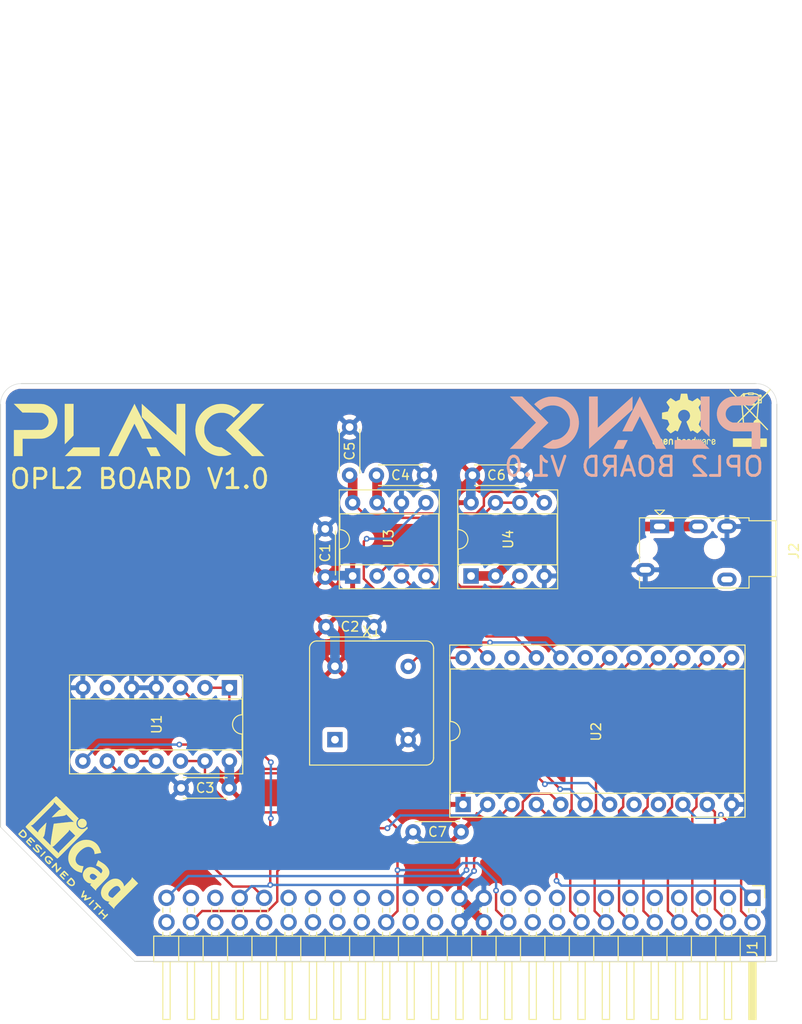
<source format=kicad_pcb>
(kicad_pcb (version 20171130) (host pcbnew "(5.1.10-1-10_14)")
  (layers (0 F.Cu signal) (31 B.Cu signal) (34 B.Paste user) (35 F.Paste user) (36 B.SilkS user) (37 F.SilkS user) (38 B.Mask user) (39 F.Mask user) (44 Edge.Cuts user))
  (net 0 "")
  (net 1 RDY)
  (net 2 A15)
  (net 3 A14)
  (net 4 A13)
  (net 5 A12)
  (net 6 A11)
  (net 7 GND)
  (net 8 +5V)
  (net 9 A10)
  (net 10 A9)
  (net 11 A8)
  (net 12 D7)
  (net 13 A7)
  (net 14 D6)
  (net 15 A6)
  (net 16 D5)
  (net 17 A5)
  (net 18 D4)
  (net 19 A4)
  (net 20 D3)
  (net 21 A3)
  (net 22 D2)
  (net 23 A2)
  (net 24 D1)
  (net 25 A1)
  (net 26 D0)
  (net 27 A0)
  (net 28 CLK)
  (net 29 BE)
  (net 30 SYNC)
  (net 31 EX3)
  (net 32 EX2)
  (net 33 EX1)
  (net 34 EX0)
  (net 35 ~NMI~)
  (net 36 ~RESET~)
  (net 37 ~SLOT_IRQ~)
  (net 38 ~IRQ~)
  (net 39 R~W~)
  (net 40 CLK_12M)
  (net 41 LED4)
  (net 42 LED3)
  (net 43 LED2)
  (net 44 LED1)
  (net 45 ~SLOT_SEL~)
  (net 46 ~INH~)
  (net 47 ~SSEL~)
  (net 48 "Net-(C4-Pad1)")
  (net 49 "Net-(C5-Pad1)")
  (net 50 "Net-(U1-Pad6)")
  (net 51 "Net-(U1-Pad10)")
  (net 52 "Net-(U1-Pad3)")
  (net 53 "Net-(U1-Pad8)")
  (net 54 "Net-(U2-Pad24)")
  (net 55 "Net-(U2-Pad23)")
  (net 56 "Net-(U2-Pad21)")
  (net 57 "Net-(U2-Pad20)")
  (net 58 "Net-(U3-Pad2)")
  (net 59 "Net-(X1-Pad1)")
  (net 60 "Net-(J2-PadR1)")
  (module Connector_Audio:Jack_3.5mm_PJ320E_Horizontal (layer F.Cu) (at 68.58 -45.212 270)
    (fp_text reference J2 (at 2.54 -13.97 90) (layer F.SilkS))
    (fp_text value AudioJack)
    (pad "" np_thru_hole circle (at 2.3 1.3 180) (size 1.2 1.2) (drill 1.2) (layers *.Cu *.Mask))
    (pad "" np_thru_hole circle (at 2.3 -5.7 180) (size 1.2 1.2) (drill 1.2) (layers *.Cu *.Mask))
    (pad R2 thru_hole oval (at 0 -7 180) (size 2 1.4) (drill oval 1.2 0.6) (layers *.Cu *.Mask) (net 7 GND))
    (pad R1 thru_hole oval (at 0 -4 180) (size 2 1.4) (drill oval 1.2 0.6) (layers *.Cu *.Mask) (net 60 "Net-(J2-PadR1)"))
    (pad T thru_hole rect (at 0 0 180) (size 2 1.4) (drill oval 1.2 0.6) (layers *.Cu *.Mask) (net 60 "Net-(J2-PadR1)"))
    (pad S thru_hole oval (at 4.5 1.5 180) (size 2 1.4) (drill oval 1.2 0.6) (layers *.Cu *.Mask) (net 7 GND))
    (pad "" thru_hole oval (at 5.5 -7 180) (size 2 1.4) (drill oval 1.2 0.6) (layers *.Cu *.Mask))
  )
  (module Capacitor_THT:C_Disc_D4.3mm_W1.9mm_P5.00mm (layer F.Cu) (at 42.926 -13.462)
    (fp_text reference C7 (at 2.54 0) (layer F.SilkS))
    (fp_text value 10n)
    (pad 2 thru_hole circle (at 5 0) (size 1.6 1.6) (drill 0.8) (layers *.Cu *.Mask) (net 8 +5V))
    (pad 1 thru_hole circle (at 0 0) (size 1.6 1.6) (drill 0.8) (layers *.Cu *.Mask) (net 7 GND))
  )
  (module Capacitor_THT:C_Disc_D4.3mm_W1.9mm_P5.00mm (layer F.Cu) (at 54.102 -50.546 180)
    (fp_text reference C6 (at 2.5 0) (layer F.SilkS))
    (fp_text value 10n)
    (pad 2 thru_hole circle (at 5 0 180) (size 1.6 1.6) (drill 0.8) (layers *.Cu *.Mask) (net 8 +5V))
    (pad 1 thru_hole circle (at 0 0 180) (size 1.6 1.6) (drill 0.8) (layers *.Cu *.Mask) (net 7 GND))
  )
  (module Capacitor_THT:C_Disc_D4.3mm_W1.9mm_P5.00mm (layer F.Cu) (at 36.322 -50.546 90)
    (fp_text reference C5 (at 2.5 0 90) (layer F.SilkS))
    (fp_text value 10uF)
    (pad 2 thru_hole circle (at 5 0 90) (size 1.6 1.6) (drill 0.8) (layers *.Cu *.Mask) (net 7 GND))
    (pad 1 thru_hole circle (at 0 0 90) (size 1.6 1.6) (drill 0.8) (layers *.Cu *.Mask) (net 49 "Net-(C5-Pad1)"))
  )
  (module Capacitor_THT:C_Disc_D4.3mm_W1.9mm_P5.00mm (layer F.Cu) (at 39.116 -50.546)
    (fp_text reference C4 (at 2.5 0) (layer F.SilkS))
    (fp_text value 10uF)
    (pad 2 thru_hole circle (at 5 0) (size 1.6 1.6) (drill 0.8) (layers *.Cu *.Mask) (net 7 GND))
    (pad 1 thru_hole circle (at 0 0) (size 1.6 1.6) (drill 0.8) (layers *.Cu *.Mask) (net 48 "Net-(C4-Pad1)"))
  )
  (module Capacitor_THT:C_Disc_D4.3mm_W1.9mm_P5.00mm (layer F.Cu) (at 18.796 -18.034)
    (fp_text reference C3 (at 2.5 0) (layer F.SilkS))
    (fp_text value 10n)
    (pad 2 thru_hole circle (at 5 0) (size 1.6 1.6) (drill 0.8) (layers *.Cu *.Mask) (net 8 +5V))
    (pad 1 thru_hole circle (at 0 0) (size 1.6 1.6) (drill 0.8) (layers *.Cu *.Mask) (net 7 GND))
  )
  (module Capacitor_THT:C_Disc_D4.3mm_W1.9mm_P5.00mm (layer F.Cu) (at 38.862 -34.798 180)
    (fp_text reference C2 (at 2.5 0) (layer F.SilkS))
    (fp_text value 10n)
    (pad 2 thru_hole circle (at 5 0 180) (size 1.6 1.6) (drill 0.8) (layers *.Cu *.Mask) (net 8 +5V))
    (pad 1 thru_hole circle (at 0 0 180) (size 1.6 1.6) (drill 0.8) (layers *.Cu *.Mask) (net 7 GND))
  )
  (module Capacitor_THT:C_Disc_D4.3mm_W1.9mm_P5.00mm (layer F.Cu) (at 33.782 -44.958 270)
    (fp_text reference C1 (at 2.5 0 270) (layer F.SilkS))
    (fp_text value 10n)
    (pad 2 thru_hole circle (at 5 0 270) (size 1.6 1.6) (drill 0.8) (layers *.Cu *.Mask) (net 8 +5V))
    (pad 1 thru_hole circle (at 0 0 270) (size 1.6 1.6) (drill 0.8) (layers *.Cu *.Mask) (net 7 GND))
  )
  (module Oscillator:Oscillator_DIP-8 (layer F.Cu) (at 34.798 -23.0505)
    (fp_text reference X1 (at 3.81 -11.26) (layer F.SilkS))
    (fp_text value "3.579545 MHz")
    (pad 4 thru_hole circle (at 7.62 0) (size 1.6 1.6) (drill 0.8) (layers *.Cu *.Mask) (net 7 GND))
    (pad 5 thru_hole circle (at 7.62 -7.62) (size 1.6 1.6) (drill 0.8) (layers *.Cu *.Mask) (net 54 "Net-(U2-Pad24)"))
    (pad 8 thru_hole circle (at 0 -7.62) (size 1.6 1.6) (drill 0.8) (layers *.Cu *.Mask) (net 8 +5V))
    (pad 1 thru_hole rect (at 0 0) (size 1.6 1.6) (drill 0.8) (layers *.Cu *.Mask) (net 59 "Net-(X1-Pad1)"))
  )
  (module Package_DIP:DIP-8_W7.62mm_Socket (layer F.Cu) (at 48.9585 -40.0685 90)
    (fp_text reference U4 (at 3.81 3.8735 90) (layer F.SilkS))
    (fp_text value LM358)
    (pad 8 thru_hole oval (at 7.62 0 90) (size 1.6 1.6) (drill 0.8) (layers *.Cu *.Mask) (net 8 +5V))
    (pad 4 thru_hole oval (at 0 7.62 90) (size 1.6 1.6) (drill 0.8) (layers *.Cu *.Mask) (net 7 GND))
    (pad 7 thru_hole oval (at 7.62 2.54 90) (size 1.6 1.6) (drill 0.8) (layers *.Cu *.Mask) (net 49 "Net-(C5-Pad1)"))
    (pad 3 thru_hole oval (at 0 5.08 90) (size 1.6 1.6) (drill 0.8) (layers *.Cu *.Mask) (net 58 "Net-(U3-Pad2)"))
    (pad 6 thru_hole oval (at 7.62 5.08 90) (size 1.6 1.6) (drill 0.8) (layers *.Cu *.Mask) (net 49 "Net-(C5-Pad1)"))
    (pad 2 thru_hole oval (at 0 2.54 90) (size 1.6 1.6) (drill 0.8) (layers *.Cu *.Mask) (net 60 "Net-(J2-PadR1)"))
    (pad 5 thru_hole oval (at 7.62 7.62 90) (size 1.6 1.6) (drill 0.8) (layers *.Cu *.Mask) (net 48 "Net-(C4-Pad1)"))
    (pad 1 thru_hole rect (at 0 0 90) (size 1.6 1.6) (drill 0.8) (layers *.Cu *.Mask) (net 60 "Net-(J2-PadR1)"))
  )
  (module Package_DIP:DIP-8_W7.62mm_Socket (layer F.Cu) (at 36.6395 -40.0685 90)
    (fp_text reference U3 (at 3.8735 3.7465 90) (layer F.SilkS))
    (fp_text value YM3014B)
    (pad 8 thru_hole oval (at 7.62 0 90) (size 1.6 1.6) (drill 0.8) (layers *.Cu *.Mask) (net 49 "Net-(C5-Pad1)"))
    (pad 4 thru_hole oval (at 0 7.62 90) (size 1.6 1.6) (drill 0.8) (layers *.Cu *.Mask) (net 56 "Net-(U2-Pad21)"))
    (pad 7 thru_hole oval (at 7.62 2.54 90) (size 1.6 1.6) (drill 0.8) (layers *.Cu *.Mask) (net 48 "Net-(C4-Pad1)"))
    (pad 3 thru_hole oval (at 0 5.08 90) (size 1.6 1.6) (drill 0.8) (layers *.Cu *.Mask) (net 57 "Net-(U2-Pad20)"))
    (pad 6 thru_hole oval (at 7.62 5.08 90) (size 1.6 1.6) (drill 0.8) (layers *.Cu *.Mask) (net 7 GND))
    (pad 2 thru_hole oval (at 0 2.54 90) (size 1.6 1.6) (drill 0.8) (layers *.Cu *.Mask) (net 58 "Net-(U3-Pad2)"))
    (pad 5 thru_hole oval (at 7.62 7.62 90) (size 1.6 1.6) (drill 0.8) (layers *.Cu *.Mask) (net 55 "Net-(U2-Pad23)"))
    (pad 1 thru_hole rect (at 0 0 90) (size 1.6 1.6) (drill 0.8) (layers *.Cu *.Mask) (net 8 +5V))
  )
  (module Package_DIP:DIP-24_W15.24mm_Socket (layer F.Cu) (at 48.133 -16.3195 90)
    (fp_text reference U2 (at 7.5565 13.843 90) (layer F.SilkS))
    (fp_text value YM3812)
    (pad 24 thru_hole oval (at 15.24 0 90) (size 1.6 1.6) (drill 0.8) (layers *.Cu *.Mask) (net 54 "Net-(U2-Pad24)"))
    (pad 12 thru_hole oval (at 0 27.94 90) (size 1.6 1.6) (drill 0.8) (layers *.Cu *.Mask) (net 7 GND))
    (pad 23 thru_hole oval (at 15.24 2.54 90) (size 1.6 1.6) (drill 0.8) (layers *.Cu *.Mask) (net 55 "Net-(U2-Pad23)"))
    (pad 11 thru_hole oval (at 0 25.4 90) (size 1.6 1.6) (drill 0.8) (layers *.Cu *.Mask) (net 24 D1))
    (pad 22 thru_hole oval (at 15.24 5.08 90) (size 1.6 1.6) (drill 0.8) (layers *.Cu *.Mask))
    (pad 10 thru_hole oval (at 0 22.86 90) (size 1.6 1.6) (drill 0.8) (layers *.Cu *.Mask) (net 26 D0))
    (pad 21 thru_hole oval (at 15.24 7.62 90) (size 1.6 1.6) (drill 0.8) (layers *.Cu *.Mask) (net 56 "Net-(U2-Pad21)"))
    (pad 9 thru_hole oval (at 0 20.32 90) (size 1.6 1.6) (drill 0.8) (layers *.Cu *.Mask))
    (pad 20 thru_hole oval (at 15.24 10.16 90) (size 1.6 1.6) (drill 0.8) (layers *.Cu *.Mask) (net 57 "Net-(U2-Pad20)"))
    (pad 8 thru_hole oval (at 0 17.78 90) (size 1.6 1.6) (drill 0.8) (layers *.Cu *.Mask))
    (pad 19 thru_hole oval (at 15.24 12.7 90) (size 1.6 1.6) (drill 0.8) (layers *.Cu *.Mask))
    (pad 7 thru_hole oval (at 0 15.24 90) (size 1.6 1.6) (drill 0.8) (layers *.Cu *.Mask) (net 53 "Net-(U1-Pad8)"))
    (pad 18 thru_hole oval (at 15.24 15.24 90) (size 1.6 1.6) (drill 0.8) (layers *.Cu *.Mask) (net 12 D7))
    (pad 6 thru_hole oval (at 0 12.7 90) (size 1.6 1.6) (drill 0.8) (layers *.Cu *.Mask) (net 52 "Net-(U1-Pad3)"))
    (pad 17 thru_hole oval (at 15.24 17.78 90) (size 1.6 1.6) (drill 0.8) (layers *.Cu *.Mask) (net 14 D6))
    (pad 5 thru_hole oval (at 0 10.16 90) (size 1.6 1.6) (drill 0.8) (layers *.Cu *.Mask) (net 39 R~W~))
    (pad 16 thru_hole oval (at 15.24 20.32 90) (size 1.6 1.6) (drill 0.8) (layers *.Cu *.Mask) (net 16 D5))
    (pad 4 thru_hole oval (at 0 7.62 90) (size 1.6 1.6) (drill 0.8) (layers *.Cu *.Mask) (net 27 A0))
    (pad 15 thru_hole oval (at 15.24 22.86 90) (size 1.6 1.6) (drill 0.8) (layers *.Cu *.Mask) (net 18 D4))
    (pad 3 thru_hole oval (at 0 5.08 90) (size 1.6 1.6) (drill 0.8) (layers *.Cu *.Mask) (net 36 ~RESET~))
    (pad 14 thru_hole oval (at 15.24 25.4 90) (size 1.6 1.6) (drill 0.8) (layers *.Cu *.Mask) (net 20 D3))
    (pad 2 thru_hole oval (at 0 2.54 90) (size 1.6 1.6) (drill 0.8) (layers *.Cu *.Mask) (net 37 ~SLOT_IRQ~))
    (pad 13 thru_hole oval (at 15.24 27.94 90) (size 1.6 1.6) (drill 0.8) (layers *.Cu *.Mask) (net 22 D2))
    (pad 1 thru_hole rect (at 0 0 90) (size 1.6 1.6) (drill 0.8) (layers *.Cu *.Mask) (net 8 +5V))
  )
  (module Package_DIP:DIP-14_W7.62mm_Socket (layer F.Cu) (at 23.8125 -28.448 270)
    (fp_text reference U1 (at 3.81 7.5565 90) (layer F.SilkS))
    (fp_text value 74HC00)
    (pad 14 thru_hole oval (at 7.62 0 270) (size 1.6 1.6) (drill 0.8) (layers *.Cu *.Mask) (net 8 +5V))
    (pad 7 thru_hole oval (at 0 15.24 270) (size 1.6 1.6) (drill 0.8) (layers *.Cu *.Mask) (net 7 GND))
    (pad 13 thru_hole oval (at 7.62 2.54 270) (size 1.6 1.6) (drill 0.8) (layers *.Cu *.Mask) (net 45 ~SLOT_SEL~))
    (pad 6 thru_hole oval (at 0 12.7 270) (size 1.6 1.6) (drill 0.8) (layers *.Cu *.Mask) (net 50 "Net-(U1-Pad6)"))
    (pad 12 thru_hole oval (at 7.62 5.08 270) (size 1.6 1.6) (drill 0.8) (layers *.Cu *.Mask) (net 45 ~SLOT_SEL~))
    (pad 5 thru_hole oval (at 0 10.16 270) (size 1.6 1.6) (drill 0.8) (layers *.Cu *.Mask) (net 7 GND))
    (pad 11 thru_hole oval (at 7.62 7.62 270) (size 1.6 1.6) (drill 0.8) (layers *.Cu *.Mask) (net 51 "Net-(U1-Pad10)"))
    (pad 4 thru_hole oval (at 0 7.62 270) (size 1.6 1.6) (drill 0.8) (layers *.Cu *.Mask) (net 7 GND))
    (pad 10 thru_hole oval (at 7.62 10.16 270) (size 1.6 1.6) (drill 0.8) (layers *.Cu *.Mask) (net 51 "Net-(U1-Pad10)"))
    (pad 3 thru_hole oval (at 0 5.08 270) (size 1.6 1.6) (drill 0.8) (layers *.Cu *.Mask) (net 52 "Net-(U1-Pad3)"))
    (pad 9 thru_hole oval (at 7.62 12.7 270) (size 1.6 1.6) (drill 0.8) (layers *.Cu *.Mask) (net 28 CLK))
    (pad 2 thru_hole oval (at 0 2.54 270) (size 1.6 1.6) (drill 0.8) (layers *.Cu *.Mask) (net 39 R~W~))
    (pad 8 thru_hole oval (at 7.62 15.24 270) (size 1.6 1.6) (drill 0.8) (layers *.Cu *.Mask) (net 53 "Net-(U1-Pad8)"))
    (pad 1 thru_hole rect (at 0 0 270) (size 1.6 1.6) (drill 0.8) (layers *.Cu *.Mask) (net 39 R~W~))
  )
  (module logo:logo (layer B.Cu) (at 66.04 -56.007 180)
    (fp_text reference G*** hide)
    (fp_text value LOGO hide)
  )
  (module Symbol:OSHW-Logo2_7.3x6mm_SilkScreen (layer F.Cu) (at 71.12 -56.261)
    (fp_text reference REF** hide)
    (fp_text value OSHW-Logo2_7.3x6mm_SilkScreen hide)
  )
  (module Symbol:WEEE-Logo_4.2x6mm_SilkScreen (layer F.Cu) (at 77.978 -56.515)
    (fp_text reference REF** hide)
    (fp_text value WEEE-Logo_4.2x6mm_SilkScreen hide)
  )
  (module Symbol:KiCad-Logo2_5mm_SilkScreen (layer F.Cu) (at 8.382 -10.922 315)
    (fp_text reference REF** hide)
    (fp_text value KiCad-Logo2_5mm_SilkScreen hide)
  )
  (module logo:logo (layer F.Cu) (at 14.4145 -55.245)
    (fp_text reference G*** hide)
    (fp_text value LOGO hide)
  )
  (module Connector_PinHeader_2.54mm:PinHeader_2x25_P2.54mm_Horizontal (layer F.Cu) (at 78.232 -6.604 270)
    (fp_text reference J1 (at 5.334 0 90) (layer F.SilkS))
    (fp_text value Conn_01x40)
    (pad 50 thru_hole oval (at 2.54 60.96 270) (size 1.7 1.7) (drill 1) (layers *.Cu *.Mask) (net 35 ~NMI~))
    (pad 49 thru_hole oval (at 0 60.96 270) (size 1.7 1.7) (drill 1) (layers *.Cu *.Mask) (net 36 ~RESET~))
    (pad 48 thru_hole oval (at 2.54 58.42 270) (size 1.7 1.7) (drill 1) (layers *.Cu *.Mask) (net 37 ~SLOT_IRQ~))
    (pad 47 thru_hole oval (at 0 58.42 270) (size 1.7 1.7) (drill 1) (layers *.Cu *.Mask) (net 30 SYNC))
    (pad 46 thru_hole oval (at 2.54 55.88 270) (size 1.7 1.7) (drill 1) (layers *.Cu *.Mask) (net 31 EX3))
    (pad 45 thru_hole oval (at 0 55.88 270) (size 1.7 1.7) (drill 1) (layers *.Cu *.Mask) (net 38 ~IRQ~))
    (pad 44 thru_hole oval (at 2.54 53.34 270) (size 1.7 1.7) (drill 1) (layers *.Cu *.Mask) (net 32 EX2))
    (pad 43 thru_hole oval (at 0 53.34 270) (size 1.7 1.7) (drill 1) (layers *.Cu *.Mask) (net 39 R~W~))
    (pad 42 thru_hole oval (at 2.54 50.8 270) (size 1.7 1.7) (drill 1) (layers *.Cu *.Mask) (net 40 CLK_12M))
    (pad 41 thru_hole oval (at 0 50.8 270) (size 1.7 1.7) (drill 1) (layers *.Cu *.Mask) (net 28 CLK))
    (pad 40 thru_hole oval (at 2.54 48.26 270) (size 1.7 1.7) (drill 1) (layers *.Cu *.Mask) (net 41 LED4))
    (pad 39 thru_hole oval (at 0 48.26 270) (size 1.7 1.7) (drill 1) (layers *.Cu *.Mask) (net 29 BE))
    (pad 38 thru_hole oval (at 2.54 45.72 270) (size 1.7 1.7) (drill 1) (layers *.Cu *.Mask) (net 42 LED3))
    (pad 37 thru_hole oval (at 0 45.72 270) (size 1.7 1.7) (drill 1) (layers *.Cu *.Mask) (net 1 RDY))
    (pad 36 thru_hole oval (at 2.54 43.18 270) (size 1.7 1.7) (drill 1) (layers *.Cu *.Mask) (net 43 LED2))
    (pad 35 thru_hole oval (at 0 43.18 270) (size 1.7 1.7) (drill 1) (layers *.Cu *.Mask) (net 2 A15))
    (pad 34 thru_hole oval (at 2.54 40.64 270) (size 1.7 1.7) (drill 1) (layers *.Cu *.Mask) (net 44 LED1))
    (pad 33 thru_hole oval (at 0 40.64 270) (size 1.7 1.7) (drill 1) (layers *.Cu *.Mask) (net 3 A14))
    (pad 32 thru_hole oval (at 2.54 38.1 270) (size 1.7 1.7) (drill 1) (layers *.Cu *.Mask) (net 45 ~SLOT_SEL~))
    (pad 31 thru_hole oval (at 0 38.1 270) (size 1.7 1.7) (drill 1) (layers *.Cu *.Mask) (net 4 A13))
    (pad 30 thru_hole oval (at 2.54 35.56 270) (size 1.7 1.7) (drill 1) (layers *.Cu *.Mask) (net 46 ~INH~))
    (pad 29 thru_hole oval (at 0 35.56 270) (size 1.7 1.7) (drill 1) (layers *.Cu *.Mask) (net 5 A12))
    (pad 28 thru_hole oval (at 2.54 33.02 270) (size 1.7 1.7) (drill 1) (layers *.Cu *.Mask) (net 47 ~SSEL~))
    (pad 27 thru_hole oval (at 0 33.02 270) (size 1.7 1.7) (drill 1) (layers *.Cu *.Mask) (net 6 A11))
    (pad 26 thru_hole oval (at 2.54 30.48 270) (size 1.7 1.7) (drill 1) (layers *.Cu *.Mask) (net 7 GND))
    (pad 25 thru_hole oval (at 0 30.48 270) (size 1.7 1.7) (drill 1) (layers *.Cu *.Mask) (net 8 +5V))
    (pad 24 thru_hole oval (at 2.54 27.94 270) (size 1.7 1.7) (drill 1) (layers *.Cu *.Mask) (net 8 +5V))
    (pad 23 thru_hole oval (at 0 27.94 270) (size 1.7 1.7) (drill 1) (layers *.Cu *.Mask) (net 7 GND))
    (pad 22 thru_hole oval (at 2.54 25.4 270) (size 1.7 1.7) (drill 1) (layers *.Cu *.Mask) (net 45 ~SLOT_SEL~))
    (pad 21 thru_hole oval (at 0 25.4 270) (size 1.7 1.7) (drill 1) (layers *.Cu *.Mask) (net 9 A10))
    (pad 20 thru_hole oval (at 2.54 22.86 270) (size 1.7 1.7) (drill 1) (layers *.Cu *.Mask) (net 33 EX1))
    (pad 19 thru_hole oval (at 0 22.86 270) (size 1.7 1.7) (drill 1) (layers *.Cu *.Mask) (net 10 A9))
    (pad 18 thru_hole oval (at 2.54 20.32 270) (size 1.7 1.7) (drill 1) (layers *.Cu *.Mask) (net 34 EX0))
    (pad 17 thru_hole oval (at 0 20.32 270) (size 1.7 1.7) (drill 1) (layers *.Cu *.Mask) (net 11 A8))
    (pad 16 thru_hole oval (at 2.54 17.78 270) (size 1.7 1.7) (drill 1) (layers *.Cu *.Mask) (net 12 D7))
    (pad 15 thru_hole oval (at 0 17.78 270) (size 1.7 1.7) (drill 1) (layers *.Cu *.Mask) (net 13 A7))
    (pad 14 thru_hole oval (at 2.54 15.24 270) (size 1.7 1.7) (drill 1) (layers *.Cu *.Mask) (net 14 D6))
    (pad 13 thru_hole oval (at 0 15.24 270) (size 1.7 1.7) (drill 1) (layers *.Cu *.Mask) (net 15 A6))
    (pad 12 thru_hole oval (at 2.54 12.7 270) (size 1.7 1.7) (drill 1) (layers *.Cu *.Mask) (net 16 D5))
    (pad 11 thru_hole oval (at 0 12.7 270) (size 1.7 1.7) (drill 1) (layers *.Cu *.Mask) (net 17 A5))
    (pad 10 thru_hole oval (at 2.54 10.16 270) (size 1.7 1.7) (drill 1) (layers *.Cu *.Mask) (net 18 D4))
    (pad 9 thru_hole oval (at 0 10.16 270) (size 1.7 1.7) (drill 1) (layers *.Cu *.Mask) (net 19 A4))
    (pad 8 thru_hole oval (at 2.54 7.62 270) (size 1.7 1.7) (drill 1) (layers *.Cu *.Mask) (net 20 D3))
    (pad 7 thru_hole oval (at 0 7.62 270) (size 1.7 1.7) (drill 1) (layers *.Cu *.Mask) (net 21 A3))
    (pad 6 thru_hole oval (at 2.54 5.08 270) (size 1.7 1.7) (drill 1) (layers *.Cu *.Mask) (net 22 D2))
    (pad 5 thru_hole oval (at 0 5.08 270) (size 1.7 1.7) (drill 1) (layers *.Cu *.Mask) (net 23 A2))
    (pad 4 thru_hole oval (at 2.54 2.54 270) (size 1.7 1.7) (drill 1) (layers *.Cu *.Mask) (net 24 D1))
    (pad 3 thru_hole oval (at 0 2.54 270) (size 1.7 1.7) (drill 1) (layers *.Cu *.Mask) (net 25 A1))
    (pad 2 thru_hole oval (at 2.54 0 270) (size 1.7 1.7) (drill 1) (layers *.Cu *.Mask) (net 26 D0))
    (pad 1 thru_hole rect (at 0 0 270) (size 1.7 1.7) (drill 1) (layers *.Cu *.Mask) (net 27 A0))
  )
  (gr_arc (start 2.159 -57.912) (end 2.159 -60.071) (angle -90) (layer Edge.Cuts) (width 0.05))
  (gr_arc (start 78.613 -57.912) (end 80.772 -57.912) (angle -90) (layer Edge.Cuts) (width 0.05))
  (gr_text "OPL2 BOARD V1.0" (at 65.913 -51.435) (layer B.SilkS) (effects (font (size 2 2) (thickness 0.3)) (justify mirror)))
  (gr_line (start 13.97 0) (end 0 -13.97) (layer Edge.Cuts) (width 0.05))
  (gr_text "OPL2 BOARD V1.0" (at 14.478 -50.165) (layer F.SilkS) (effects (font (size 2 2) (thickness 0.3))))
  (gr_line (start 2.159 -60.071) (end 78.613 -60.071) (layer Edge.Cuts) (width 0.1))
  (gr_line (start 0 -13.97) (end 0 -57.912) (layer Edge.Cuts) (width 0.1))
  (gr_line (start 80.772 0) (end 13.97 0) (layer Edge.Cuts) (width 0.1))
  (gr_line (start 80.772 -57.912) (end 80.772 0) (layer Edge.Cuts) (width 0.1))
  (segment (start 50.292 -6.604) (end 47.752 -4.064) (width 1) (layer B.Cu) (net 7))
  (segment (start 36.603 -40.105) (end 36.6395 -40.0685) (width 1) (layer B.Cu) (net 8))
  (segment (start 34.3535 -40.105) (end 36.603 -40.105) (width 1) (layer B.Cu) (net 8))
  (segment (start 50.292 -4.064) (end 47.752 -6.604) (width 1) (layer F.Cu) (net 8))
  (segment (start 34.798 -33.862) (end 34.798 -30.6705) (width 1) (layer B.Cu) (net 8))
  (segment (start 33.862 -34.798) (end 34.798 -33.862) (width 1) (layer B.Cu) (net 8))
  (segment (start 23.8125 -18.3045) (end 23.796 -18.288) (width 1) (layer B.Cu) (net 8))
  (segment (start 23.8125 -20.828) (end 23.8125 -18.3045) (width 1) (layer B.Cu) (net 8))
  (segment (start 48.9315 -50.3755) (end 49.102 -50.546) (width 1) (layer B.Cu) (net 8))
  (segment (start 48.9315 -47.6615) (end 48.9315 -50.3755) (width 1) (layer B.Cu) (net 8))
  (segment (start 59.418001 -27.604501) (end 63.373 -31.5595) (width 0.25) (layer F.Cu) (net 12))
  (segment (start 59.418001 -15.779499) (end 59.418001 -27.604501) (width 0.25) (layer F.Cu) (net 12))
  (segment (start 59.276999 -15.638497) (end 59.418001 -15.779499) (width 0.25) (layer F.Cu) (net 12))
  (segment (start 59.276999 -5.239001) (end 59.276999 -15.638497) (width 0.25) (layer F.Cu) (net 12))
  (segment (start 60.452 -4.064) (end 59.276999 -5.239001) (width 0.25) (layer F.Cu) (net 12))
  (segment (start 61.958001 -27.604501) (end 65.913 -31.5595) (width 0.25) (layer F.Cu) (net 14))
  (segment (start 61.958001 -15.779499) (end 61.958001 -27.604501) (width 0.25) (layer F.Cu) (net 14))
  (segment (start 61.816999 -15.638497) (end 61.958001 -15.779499) (width 0.25) (layer F.Cu) (net 14))
  (segment (start 61.816999 -5.239001) (end 61.816999 -15.638497) (width 0.25) (layer F.Cu) (net 14))
  (segment (start 62.992 -4.064) (end 61.816999 -5.239001) (width 0.25) (layer F.Cu) (net 14))
  (segment (start 64.787999 -16.069497) (end 64.787999 -27.894499) (width 0.25) (layer F.Cu) (net 16))
  (segment (start 64.356999 -15.638497) (end 64.787999 -16.069497) (width 0.25) (layer F.Cu) (net 16))
  (segment (start 64.787999 -27.894499) (end 68.453 -31.5595) (width 0.25) (layer F.Cu) (net 16))
  (segment (start 64.356999 -5.239001) (end 64.356999 -15.638497) (width 0.25) (layer F.Cu) (net 16))
  (segment (start 65.532 -4.064) (end 64.356999 -5.239001) (width 0.25) (layer F.Cu) (net 16))
  (segment (start 67.327999 -27.894499) (end 70.993 -31.5595) (width 0.25) (layer F.Cu) (net 18))
  (segment (start 67.327999 -16.069497) (end 67.327999 -27.894499) (width 0.25) (layer F.Cu) (net 18))
  (segment (start 66.896999 -5.239001) (end 66.896999 -15.638497) (width 0.25) (layer F.Cu) (net 18))
  (segment (start 66.896999 -15.638497) (end 67.327999 -16.069497) (width 0.25) (layer F.Cu) (net 18))
  (segment (start 68.072 -4.064) (end 66.896999 -5.239001) (width 0.25) (layer F.Cu) (net 18))
  (segment (start 69.867999 -16.069497) (end 69.867999 -27.894499) (width 0.25) (layer F.Cu) (net 20))
  (segment (start 69.436999 -5.239001) (end 69.436999 -15.638497) (width 0.25) (layer F.Cu) (net 20))
  (segment (start 69.867999 -27.894499) (end 73.533 -31.5595) (width 0.25) (layer F.Cu) (net 20))
  (segment (start 69.436999 -15.638497) (end 69.867999 -16.069497) (width 0.25) (layer F.Cu) (net 20))
  (segment (start 70.612 -4.064) (end 69.436999 -5.239001) (width 0.25) (layer F.Cu) (net 20))
  (segment (start 72.407999 -16.069497) (end 72.407999 -27.894499) (width 0.25) (layer F.Cu) (net 22))
  (segment (start 71.976999 -15.638497) (end 72.407999 -16.069497) (width 0.25) (layer F.Cu) (net 22))
  (segment (start 72.407999 -27.894499) (end 76.073 -31.5595) (width 0.25) (layer F.Cu) (net 22))
  (segment (start 71.976999 -5.239001) (end 71.976999 -15.638497) (width 0.25) (layer F.Cu) (net 22))
  (segment (start 73.152 -4.064) (end 71.976999 -5.239001) (width 0.25) (layer F.Cu) (net 22))
  (segment (start 74.327001 -15.525499) (end 73.533 -16.3195) (width 0.25) (layer F.Cu) (net 24))
  (segment (start 74.327001 -5.428999) (end 74.327001 -15.525499) (width 0.25) (layer F.Cu) (net 24))
  (segment (start 75.692 -4.064) (end 74.327001 -5.428999) (width 0.25) (layer F.Cu) (net 24))
  (via (at 74.952011 -15.239994) (size 0.6) (drill 0.3) (layers F.Cu B.Cu) (net 26))
  (segment (start 77.056999 -13.135006) (end 74.952011 -15.239994) (width 0.25) (layer F.Cu) (net 26))
  (segment (start 78.232 -4.064) (end 77.056999 -5.239001) (width 0.25) (layer F.Cu) (net 26))
  (segment (start 77.056999 -5.239001) (end 77.056999 -13.135006) (width 0.25) (layer F.Cu) (net 26))
  (segment (start 70.993 -16.3195) (end 72.372505 -14.939995) (width 0.25) (layer B.Cu) (net 26))
  (segment (start 72.372505 -14.939995) (end 74.652012 -14.939995) (width 0.25) (layer B.Cu) (net 26))
  (segment (start 74.652012 -14.939995) (end 74.952011 -15.239994) (width 0.25) (layer B.Cu) (net 26))
  (segment (start 57.8485 -8.382) (end 57.8485 -8.382) (width 0.25) (layer B.Cu) (net 27))
  (via (at 57.8485 -8.382) (size 0.6) (drill 0.3) (layers F.Cu B.Cu) (net 27))
  (segment (start 57.8485 -14.224) (end 55.753 -16.3195) (width 0.25) (layer F.Cu) (net 27))
  (segment (start 57.8485 -8.382) (end 57.8485 -14.224) (width 0.25) (layer F.Cu) (net 27))
  (segment (start 58.3565 -7.874) (end 57.8485 -8.382) (width 0.25) (layer B.Cu) (net 27))
  (segment (start 76.962 -7.874) (end 58.3565 -7.874) (width 0.25) (layer B.Cu) (net 27))
  (segment (start 78.232 -6.604) (end 76.962 -7.874) (width 0.25) (layer B.Cu) (net 27))
  (segment (start 26.256999 -7.779001) (end 24.161499 -7.779001) (width 0.25) (layer F.Cu) (net 28))
  (segment (start 24.161499 -7.779001) (end 11.1125 -20.828) (width 0.25) (layer F.Cu) (net 28))
  (segment (start 27.432 -6.604) (end 26.256999 -7.779001) (width 0.25) (layer F.Cu) (net 28))
  (via (at 48.482253 -9.497922) (size 0.6) (drill 0.3) (layers F.Cu B.Cu) (net 36))
  (segment (start 48.482253 -11.588753) (end 48.482253 -9.497922) (width 0.25) (layer F.Cu) (net 36))
  (segment (start 19.536491 -8.868491) (end 47.852822 -8.868491) (width 0.25) (layer B.Cu) (net 36))
  (segment (start 17.272 -6.604) (end 19.536491 -8.868491) (width 0.25) (layer B.Cu) (net 36))
  (segment (start 47.852822 -8.868491) (end 48.482253 -9.497922) (width 0.25) (layer B.Cu) (net 36))
  (segment (start 53.213 -16.3195) (end 48.482253 -11.588753) (width 0.25) (layer F.Cu) (net 36))
  (segment (start 28.796999 -6.229997) (end 28.796999 -9.365999) (width 0.25) (layer F.Cu) (net 37))
  (segment (start 20.987001 -5.239001) (end 27.806003 -5.239001) (width 0.25) (layer F.Cu) (net 37))
  (segment (start 19.812 -4.064) (end 20.987001 -5.239001) (width 0.25) (layer F.Cu) (net 37))
  (segment (start 27.806003 -5.239001) (end 28.796999 -6.229997) (width 0.25) (layer F.Cu) (net 37))
  (segment (start 28.796999 -9.365999) (end 33.274 -13.843) (width 0.25) (layer F.Cu) (net 37))
  (segment (start 33.274 -13.843) (end 40.259 -13.843) (width 0.25) (layer F.Cu) (net 37))
  (segment (start 40.259 -13.843) (end 40.259 -13.843) (width 0.25) (layer F.Cu) (net 37))
  (via (at 40.259 -13.843) (size 0.6) (drill 0.3) (layers F.Cu B.Cu) (net 37))
  (segment (start 49.53 -15.1765) (end 50.673 -16.3195) (width 0.25) (layer B.Cu) (net 37))
  (segment (start 41.5925 -15.1765) (end 49.53 -15.1765) (width 0.25) (layer B.Cu) (net 37))
  (segment (start 40.259 -13.843) (end 41.5925 -15.1765) (width 0.25) (layer B.Cu) (net 37))
  (segment (start 23.8125 -28.448) (end 21.2725 -28.448) (width 0.25) (layer F.Cu) (net 39))
  (segment (start 23.8125 -28.448) (end 23.8125 -25.019) (width 0.25) (layer F.Cu) (net 39))
  (segment (start 23.8125 -25.019) (end 28.1305 -20.701) (width 0.25) (layer F.Cu) (net 39))
  (segment (start 28.1305 -20.701) (end 28.1305 -20.701) (width 0.25) (layer F.Cu) (net 39))
  (via (at 28.1305 -20.701) (size 0.6) (drill 0.3) (layers F.Cu B.Cu) (net 39))
  (segment (start 24.892 -6.604) (end 26.108499 -7.820499) (width 0.25) (layer B.Cu) (net 39))
  (via (at 28.067 -7.947935) (size 0.6) (drill 0.3) (layers F.Cu B.Cu) (net 39))
  (segment (start 27.939564 -7.820499) (end 28.067 -7.947935) (width 0.25) (layer B.Cu) (net 39))
  (segment (start 26.108499 -7.820499) (end 27.939564 -7.820499) (width 0.25) (layer B.Cu) (net 39))
  (via (at 28.1305 -14.86899) (size 0.6) (drill 0.3) (layers F.Cu B.Cu) (net 39))
  (segment (start 28.1305 -20.701) (end 28.1305 -14.86899) (width 0.25) (layer B.Cu) (net 39))
  (segment (start 28.067 -14.80549) (end 28.1305 -14.86899) (width 0.25) (layer F.Cu) (net 39))
  (segment (start 28.067 -7.947935) (end 28.067 -14.80549) (width 0.25) (layer F.Cu) (net 39))
  (segment (start 54.338001 -16.569503) (end 54.338001 -15.773265) (width 0.25) (layer F.Cu) (net 39))
  (segment (start 55.212999 -17.444501) (end 54.338001 -16.569503) (width 0.25) (layer F.Cu) (net 39))
  (segment (start 49.276 -10.711264) (end 49.276 -9.398) (width 0.25) (layer F.Cu) (net 39))
  (segment (start 57.167999 -17.444501) (end 55.212999 -17.444501) (width 0.25) (layer F.Cu) (net 39))
  (segment (start 28.067 -7.947935) (end 47.825935 -7.947935) (width 0.25) (layer B.Cu) (net 39))
  (segment (start 54.338001 -15.773265) (end 49.276 -10.711264) (width 0.25) (layer F.Cu) (net 39))
  (via (at 49.276 -9.398) (size 0.6) (drill 0.3) (layers F.Cu B.Cu) (net 39))
  (segment (start 58.293 -16.3195) (end 57.167999 -17.444501) (width 0.25) (layer F.Cu) (net 39))
  (segment (start 47.825935 -7.947935) (end 49.276 -9.398) (width 0.25) (layer B.Cu) (net 39))
  (segment (start 21.2725 -20.828) (end 18.7325 -20.828) (width 0.25) (layer F.Cu) (net 45))
  (segment (start 41.307001 -5.239001) (end 41.307001 -9.493501) (width 0.25) (layer F.Cu) (net 45))
  (segment (start 40.132 -4.064) (end 41.307001 -5.239001) (width 0.25) (layer F.Cu) (net 45))
  (via (at 41.307001 -9.493501) (size 0.6) (drill 0.3) (layers F.Cu B.Cu) (net 45))
  (via (at 51.562 -7.366) (size 0.6) (drill 0.3) (layers F.Cu B.Cu) (net 45))
  (segment (start 51.562 -5.334) (end 51.562 -7.366) (width 0.25) (layer F.Cu) (net 45))
  (segment (start 52.832 -4.064) (end 51.562 -5.334) (width 0.25) (layer F.Cu) (net 45))
  (segment (start 51.562 -8.291002) (end 51.562 -7.366) (width 0.25) (layer B.Cu) (net 45))
  (segment (start 49.634143 -10.218859) (end 51.562 -8.291002) (width 0.25) (layer B.Cu) (net 45))
  (segment (start 48.064859 -10.218859) (end 49.634143 -10.218859) (width 0.25) (layer B.Cu) (net 45))
  (segment (start 47.339501 -9.493501) (end 48.064859 -10.218859) (width 0.25) (layer B.Cu) (net 45))
  (segment (start 41.307001 -9.493501) (end 47.339501 -9.493501) (width 0.25) (layer B.Cu) (net 45))
  (segment (start 24.638 -15.494) (end 21.2725 -18.8595) (width 0.25) (layer F.Cu) (net 45))
  (segment (start 39.61237 -15.494) (end 24.638 -15.494) (width 0.25) (layer F.Cu) (net 45))
  (segment (start 41.307001 -13.799369) (end 39.61237 -15.494) (width 0.25) (layer F.Cu) (net 45))
  (segment (start 21.2725 -18.8595) (end 21.2725 -20.828) (width 0.25) (layer F.Cu) (net 45))
  (segment (start 41.307001 -9.493501) (end 41.307001 -13.799369) (width 0.25) (layer F.Cu) (net 45))
  (segment (start 39.1795 -50.2015) (end 38.835 -50.546) (width 1) (layer F.Cu) (net 48))
  (segment (start 39.1795 -47.6885) (end 39.1795 -50.2015) (width 1) (layer F.Cu) (net 48))
  (segment (start 40.432911 -46.563499) (end 39.30791 -47.6885) (width 0.25) (layer F.Cu) (net 48))
  (segment (start 49.498501 -46.563499) (end 40.432911 -46.563499) (width 0.25) (layer F.Cu) (net 48))
  (segment (start 50.292 -47.356998) (end 49.498501 -46.563499) (width 0.25) (layer F.Cu) (net 48))
  (segment (start 50.902 -48.813501) (end 50.292 -48.203501) (width 0.25) (layer F.Cu) (net 48))
  (segment (start 39.30791 -47.6885) (end 39.1795 -47.6885) (width 0.25) (layer F.Cu) (net 48))
  (segment (start 56.5785 -47.6885) (end 55.453499 -48.813501) (width 0.25) (layer F.Cu) (net 48))
  (segment (start 50.292 -48.203501) (end 50.292 -47.356998) (width 0.25) (layer F.Cu) (net 48))
  (segment (start 55.453499 -48.813501) (end 50.902 -48.813501) (width 0.25) (layer F.Cu) (net 48))
  (segment (start 36.6395 -50.138) (end 36.322 -50.4555) (width 1) (layer F.Cu) (net 49))
  (segment (start 36.6395 -47.6885) (end 36.6395 -50.138) (width 1) (layer F.Cu) (net 49))
  (segment (start 54.0385 -47.6885) (end 51.4985 -47.6885) (width 0.25) (layer F.Cu) (net 49))
  (segment (start 39.878 -46.482) (end 37.846 -46.482) (width 0.25) (layer F.Cu) (net 49))
  (segment (start 37.846 -46.482) (end 36.6395 -47.6885) (width 0.25) (layer F.Cu) (net 49))
  (segment (start 49.923488 -46.113488) (end 40.246512 -46.113488) (width 0.25) (layer F.Cu) (net 49))
  (segment (start 40.246512 -46.113488) (end 40.132 -46.228) (width 0.25) (layer F.Cu) (net 49))
  (segment (start 51.4985 -47.6885) (end 49.923488 -46.113488) (width 0.25) (layer F.Cu) (net 49))
  (segment (start 40.132 -46.228) (end 39.878 -46.482) (width 0.25) (layer F.Cu) (net 49))
  (segment (start 13.6525 -20.828) (end 16.1925 -20.828) (width 0.25) (layer F.Cu) (net 51))
  (via (at 58.2295 -17.907) (size 0.6) (drill 0.3) (layers F.Cu B.Cu) (net 52))
  (segment (start 60.833 -16.3195) (end 59.2455 -17.907) (width 0.25) (layer B.Cu) (net 52))
  (segment (start 59.2455 -17.907) (end 58.2295 -17.907) (width 0.25) (layer B.Cu) (net 52))
  (segment (start 56.128489 -20.008011) (end 58.2295 -17.907) (width 0.25) (layer F.Cu) (net 52))
  (segment (start 18.7325 -28.448) (end 27.172489 -20.008011) (width 0.25) (layer F.Cu) (net 52))
  (segment (start 27.172489 -20.008011) (end 56.128489 -20.008011) (width 0.25) (layer F.Cu) (net 52))
  (segment (start 8.5725 -20.828) (end 10.287 -22.5425) (width 0.25) (layer B.Cu) (net 53))
  (segment (start 10.287 -22.5425) (end 18.6055 -22.5425) (width 0.25) (layer B.Cu) (net 53))
  (segment (start 18.6055 -22.5425) (end 18.6055 -22.5425) (width 0.25) (layer B.Cu) (net 53))
  (via (at 18.6055 -22.5425) (size 0.6) (drill 0.3) (layers F.Cu B.Cu) (net 53))
  (via (at 56.642 -18.42499) (size 0.6) (drill 0.3) (layers F.Cu B.Cu) (net 53))
  (segment (start 56.75901 -18.542) (end 56.642 -18.42499) (width 0.25) (layer B.Cu) (net 53))
  (segment (start 61.1505 -18.542) (end 56.75901 -18.542) (width 0.25) (layer B.Cu) (net 53))
  (segment (start 63.373 -16.3195) (end 61.1505 -18.542) (width 0.25) (layer B.Cu) (net 53))
  (segment (start 55.50899 -19.558) (end 56.642 -18.42499) (width 0.25) (layer F.Cu) (net 53))
  (segment (start 18.6055 -22.5425) (end 24.00159 -22.5425) (width 0.25) (layer F.Cu) (net 53))
  (segment (start 26.98609 -19.558) (end 55.50899 -19.558) (width 0.25) (layer F.Cu) (net 53))
  (segment (start 24.00159 -22.5425) (end 26.98609 -19.558) (width 0.25) (layer F.Cu) (net 53))
  (segment (start 43.307 -31.5595) (end 42.418 -30.6705) (width 0.25) (layer F.Cu) (net 54))
  (segment (start 48.133 -31.5595) (end 43.307 -31.5595) (width 0.25) (layer F.Cu) (net 54))
  (segment (start 44.2595 -47.6885) (end 40.513 -43.942) (width 0.25) (layer B.Cu) (net 55))
  (segment (start 40.513 -43.942) (end 38.1 -43.942) (width 0.25) (layer B.Cu) (net 55))
  (via (at 38.1 -43.942) (size 0.6) (drill 0.3) (layers F.Cu B.Cu) (net 55))
  (segment (start 49.547999 -32.684501) (end 50.673 -31.5595) (width 0.25) (layer F.Cu) (net 55))
  (segment (start 37.800001 -39.782997) (end 44.898497 -32.684501) (width 0.25) (layer F.Cu) (net 55))
  (segment (start 37.800001 -43.642001) (end 37.800001 -39.782997) (width 0.25) (layer F.Cu) (net 55))
  (segment (start 44.898497 -32.684501) (end 49.547999 -32.684501) (width 0.25) (layer F.Cu) (net 55))
  (segment (start 38.1 -43.942) (end 37.800001 -43.642001) (width 0.25) (layer F.Cu) (net 55))
  (segment (start 53.5305 -33.782) (end 55.753 -31.5595) (width 0.25) (layer F.Cu) (net 56))
  (segment (start 51.054 -33.782) (end 53.5305 -33.782) (width 0.25) (layer F.Cu) (net 56))
  (segment (start 50.546 -33.782) (end 51.054 -33.782) (width 0.25) (layer F.Cu) (net 56))
  (segment (start 44.2595 -40.0685) (end 50.546 -33.782) (width 0.25) (layer F.Cu) (net 56))
  (segment (start 58.293 -31.5595) (end 56.69551 -33.15699) (width 0.25) (layer B.Cu) (net 57))
  (via (at 50.927 -33.15699) (size 0.6) (drill 0.3) (layers F.Cu B.Cu) (net 57))
  (segment (start 56.69551 -33.15699) (end 50.927 -33.15699) (width 0.25) (layer B.Cu) (net 57))
  (segment (start 48.63101 -33.15699) (end 50.927 -33.15699) (width 0.25) (layer F.Cu) (net 57))
  (segment (start 41.7195 -40.0685) (end 48.63101 -33.15699) (width 0.25) (layer F.Cu) (net 57))
  (segment (start 54.0385 -40.0685) (end 52.913499 -38.943499) (width 0.25) (layer F.Cu) (net 58))
  (segment (start 40.304501 -41.193501) (end 39.1795 -40.0685) (width 0.25) (layer F.Cu) (net 58))
  (segment (start 45.648497 -41.193501) (end 45.420499 -41.193501) (width 0.25) (layer F.Cu) (net 58))
  (segment (start 47.898499 -38.943499) (end 45.648497 -41.193501) (width 0.25) (layer F.Cu) (net 58))
  (segment (start 52.913499 -38.943499) (end 47.898499 -38.943499) (width 0.25) (layer F.Cu) (net 58))
  (segment (start 45.420499 -41.193501) (end 40.304501 -41.193501) (width 0.25) (layer F.Cu) (net 58))
  (segment (start 51.4985 -40.0685) (end 48.9585 -40.0685) (width 1) (layer F.Cu) (net 60))
  (segment (start 56.642 -45.212) (end 72.58 -45.212) (width 1) (layer F.Cu) (net 60))
  (segment (start 51.4985 -40.0685) (end 56.642 -45.212) (width 1) (layer F.Cu) (net 60))
  (zone (net 8) (net_name +5V) (layer F.Cu) (connect_pads (clearance 0.508)) (min_thickness 0.254) (fill yes (arc_segments 32) (thermal_gap 0.508) (thermal_bridge_width 0.508))
    (polygon (pts (xy 80.772 -99.949) (xy 80.772 0) (xy 0 0) (xy 0 -99.949)))
  )
  (zone (net 7) (net_name GND) (layer B.Cu) (connect_pads (clearance 0.508)) (min_thickness 0.254) (fill yes (arc_segments 32) (thermal_gap 0.508) (thermal_bridge_width 0.508))
    (polygon (pts (xy 80.772 -99.949) (xy 80.772 0) (xy 0 0) (xy 0 -99.949)))
  )
)
</source>
